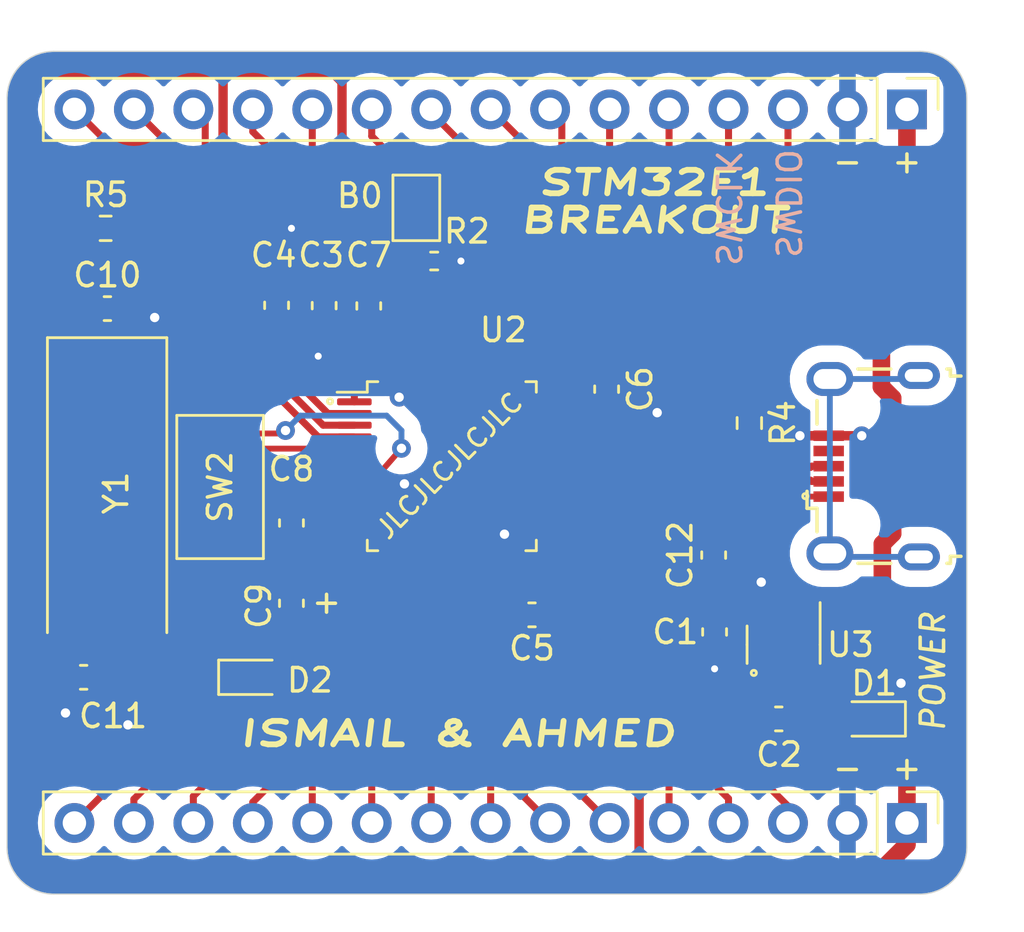
<source format=kicad_pcb>
(kicad_pcb (version 20221018) (generator pcbnew)
  (layers (0 "F.Cu" signal) (31 "B.Cu" signal) (34 "B.Paste" user) (35 "F.Paste" user) (36 "B.SilkS" user "B.Silkscreen") (37 "F.SilkS" user "F.Silkscreen") (38 "B.Mask" user) (39 "F.Mask" user) (44 "Edge.Cuts" user))
  (net 0 "")
  (net 1 "GND")
  (net 2 "+3.3V")
  (net 3 "/HSE_OUT")
  (net 4 "/HSE_IN")
  (net 5 "/LED_STAT")
  (net 6 "+5V")
  (net 7 "USB_D+")
  (net 8 "USB_D-")
  (net 9 "PC15")
  (net 10 "PC14")
  (net 11 "PC13")
  (net 12 "PB9")
  (net 13 "PB8")
  (net 14 "PB7")
  (net 15 "PB6")
  (net 16 "PB5")
  (net 17 "PB4")
  (net 18 "SWO")
  (net 19 "SWDIO")
  (net 20 "SWCLK")
  (net 21 "PA3")
  (net 22 "PA4")
  (net 23 "PA5")
  (net 24 "PA6")
  (net 25 "PA7")
  (net 26 "PB0")
  (net 27 "PB1")
  (net 28 "PB2")
  (net 29 "PB10")
  (net 30 "PB11")
  (net 31 "PA8")
  (net 32 "PA9")
  (net 33 "PA10")
  (net 34 "/BOOT0")
  (net 35 "PA15")
  (net 36 "unconnected-(J1-Shield-Pad6)")
  (net 38 "Net-(U2-NRST)")
  (net 46 "+3.3VA")
  (footprint "Capacitor_SMD:C_0603_1608Metric" (layer "F.Cu") (at 83.225 52.8 -90)
    (fp_text reference "C1")
    (fp_text value "1u")
  )
  (footprint "Capacitor_SMD:C_0603_1608Metric" (layer "F.Cu") (at 85.966 56.515 180)
    (fp_text reference "C2")
    (fp_text value "1u")
  )
  (footprint "Capacitor_SMD:C_0603_1608Metric" (layer "F.Cu") (at 66.548 38.862 90)
    (fp_text reference "C3")
    (fp_text value "4u7" hide)
  )
  (footprint "Capacitor_SMD:C_0603_1608Metric" (layer "F.Cu") (at 64.516 38.849 -90)
    (fp_text reference "C4")
    (fp_text value "100n" hide)
  )
  (footprint "Capacitor_SMD:C_0603_1608Metric" (layer "F.Cu") (at 75.425 52.07 180)
    (fp_text reference "C5")
    (fp_text value "100n" hide)
  )
  (footprint "Capacitor_SMD:C_0603_1608Metric" (layer "F.Cu") (at 78.613 42.431 -90)
    (fp_text reference "C6")
    (fp_text value "100n" hide)
  )
  (footprint "Capacitor_SMD:C_0603_1608Metric" (layer "F.Cu") (at 68.453 38.875 90)
    (fp_text reference "C7")
    (fp_text value "100n" hide)
  )
  (footprint "Capacitor_SMD:C_0603_1608Metric" (layer "F.Cu") (at 65.151 48.146 90)
    (fp_text reference "C8")
    (fp_text value "1u" hide)
  )
  (footprint "Capacitor_SMD:C_0603_1608Metric" (layer "F.Cu") (at 57.29 38.989)
    (fp_text reference "C10")
    (fp_text value "30p" hide)
  )
  (footprint "Capacitor_SMD:C_0603_1608Metric" (layer "F.Cu") (at 56.274 54.737 180)
    (fp_text reference "C11")
    (fp_text value "30p" hide)
  )
  (footprint "LED_SMD:LED_0603_1608Metric" (layer "F.Cu") (at 89.8905 56.515 180)
    (fp_text reference "D1")
    (fp_text value "GREEN" hide)
  )
  (footprint "LED_SMD:LED_0603_1608Metric" (layer "F.Cu") (at 63.5255 54.737)
    (fp_text reference "D2")
    (fp_text value "BLUE" hide)
  )
  (footprint "Connector_PinHeader_2.54mm:PinHeader_1x15_P2.54mm_Vertical" (layer "F.Cu") (at 91.44 30.48 -90)
    (fp_text reference "J2")
    (fp_text value "Conn_01x15")
  )
  (footprint "Jumper:SolderJumper-2_P1.3mm_Open_Pad1.0x1.5mm" (layer "F.Cu") (at 70.485 34.686 -90)
    (fp_text reference "JP1")
    (fp_text value "SolderJumper_2_Open" hide)
  )
  (footprint "Resistor_SMD:R_0402_1005Metric" (layer "F.Cu") (at 71.247 36.957)
    (fp_text reference "R2")
    (fp_text value "10k" hide)
  )
  (footprint "Package_QFP:LQFP-48_7x7mm_P0.5mm" (layer "F.Cu") (at 72 45.72)
    (fp_text reference "U2")
    (fp_text value "STM32F103C8T6")
  )
  (footprint "Crystal:Crystal_SMD_HC49-SD" (layer "F.Cu") (at 57.277 46.931 -90)
    (fp_text reference "Y1")
    (fp_text value "8MHz")
  )
  (footprint "Connector_USB:USB_Micro-B_Wuerth_629105150521" (layer "F.Cu") (at 89.998 45.72 90)
    (fp_text reference "J1")
    (fp_text value "USB_B_Micro")
  )
  (footprint "Capacitor_SMD:C_0603_1608Metric" (layer "F.Cu") (at 65.151 51.575 -90)
    (fp_text reference "C9")
    (fp_text value "100n" hide)
  )
  (footprint "Resistor_SMD:R_0603_1608Metric" (layer "F.Cu") (at 84.709 43.878 -90)
    (fp_text reference "R4")
    (fp_text value "1k5")
  )
  (footprint "Connector_PinHeader_2.54mm:PinHeader_1x15_P2.54mm_Vertical" (layer "F.Cu") (at 91.44 60.96 -90)
    (fp_text reference "J3")
    (fp_text value "Conn_01x15")
  )
  (footprint "Capacitor_SMD:C_0603_1608Metric" (layer "F.Cu") (at 83.185 49.517 90)
    (fp_text reference "C12")
    (fp_text value "1u")
  )
  (footprint "Button_Switch_SMD:SW_SPST_CK_RS282G05A3" (layer "F.Cu") (at 62.103 46.609 90)
    (fp_text reference "SW2")
    (fp_text value "SW_Push" hide)
  )
  (footprint "Resistor_SMD:R_0603_1608Metric" (layer "F.Cu") (at 57.214 35.56)
    (fp_text reference "R5")
    (fp_text value "1k5" hide)
  )
  (footprint "Package_TO_SOT_SMD:SOT-23-5" (layer "F.Cu") (at 86.172 53.3455 -90)
    (fp_text reference "U3")
    (fp_text value "XC6210B332MR" hide)
  )
  (gr_circle (center 84.9 54.55) (end 84.9 54.6) (stroke (width 0.12)) (fill none) (layer "F.SilkS"))
  (gr_circle (center 66.8 42.95) (end 66.8 43) (stroke (width 0.12)) (fill none) (layer "F.SilkS"))
  (gr_circle (center 87.1 47) (end 87.1 47.05) (stroke (width 0.12)) (fill none) (layer "F.SilkS"))
  (gr_line (start 55 28) (end 92 28) (stroke (width 0.05)) (layer "Edge.Cuts"))
  (gr_arc (start 53 30) (mid 53.585786 28.585786) (end 55 28) (stroke (width 0.05)) (layer "Edge.Cuts"))
  (gr_arc (start 94 62) (mid 93.414214 63.414214) (end 92 64) (stroke (width 0.05)) (layer "Edge.Cuts"))
  (gr_line (start 92 64) (end 55 64) (stroke (width 0.05)) (layer "Edge.Cuts"))
  (gr_line (start 94 30) (end 94 62) (stroke (width 0.05)) (layer "Edge.Cuts"))
  (gr_arc (start 92 28) (mid 93.414214 28.585786) (end 94 30) (stroke (width 0.05)) (layer "Edge.Cuts"))
  (gr_line (start 53 62) (end 53 30) (stroke (width 0.05)) (layer "Edge.Cuts"))
  (gr_arc (start 55 64) (mid 53.585786 63.414214) (end 53 62) (stroke (width 0.05)) (layer "Edge.Cuts"))
  (gr_text "SWDIO\n" (at 86.35 34.5 270) (layer "B.SilkS") (effects (font (size 1 1)) (justify mirror)))
  (gr_text "SWCLK" (at 83.8 34.7 270) (layer "B.SilkS") (effects (font (size 1 1)) (justify mirror)))
  (gr_text "-" (at 88.9 58.6) (layer "F.SilkS") (effects (font (size 1 1))))
  (gr_text "+" (at 66.65 51.5) (layer "F.SilkS") (effects (font (size 1 1))))
  (gr_text "+" (at 91.44 32.69) (layer "F.SilkS") (effects (font (size 1 1))))
  (gr_text "ISMAIL & AHMED" (at 72.263 57.15) (layer "F.SilkS") (effects (font (size 1 1.5) (thickness 0.25) italic)))
  (gr_text "-" (at 88.9 32.69) (layer "F.SilkS") (effects (font (size 1 1))))
  (gr_text "B0" (at 68.072 34.163) (layer "F.SilkS") (effects (font (size 1 1))))
  (gr_text "POWER" (at 92.55 54.5 90) (layer "F.SilkS") (effects (font (size 1 1) (thickness 0.15) italic)))
  (gr_text "JLCJLCJLCJLC" (at 71.9 45.7 45) (layer "F.SilkS") (effects (font (size 0.8 0.8) (thickness 0.125))))
  (gr_text "+" (at 91.44 58.6) (layer "F.SilkS") (effects (font (size 1 1))))
  (gr_text "STM32F1\nBREAKOUT" (at 80.645 34.417) (layer "F.SilkS") (effects (font (size 1 1.5) (thickness 0.25) italic)))
  (segment (start 83.275 53.625) (end 83.225 53.575) (width 0.75) (layer "F.Cu") (net 1))
  (segment (start 85.191 56.515) (end 85.191 56.341) (width 0.25) (layer "F.Cu") (net 1))
  (segment (start 83.185 48.742) (end 84.556 48.742) (width 0.25) (layer "F.Cu") (net 1))
  (segment (start 80.638 43.3) (end 80.772 43.434) (width 0.5) (layer "F.Cu") (net 1))
  (segment (start 86.172 51.755) (end 85.217 50.8) (width 0.25) (layer "F.Cu") (net 1))
  (segment (start 59.309 39.37) (end 59.436 39.37) (width 0.25) (layer "F.Cu") (net 1))
  (segment (start 77.7 43.3) (end 80.638 43.3) (width 0.5) (layer "F.Cu") (net 1))
  (segment (start 65.151 35.56) (end 65.913 36.322) (width 0.5) (layer "F.Cu") (net 1))
  (segment (start 85.191 56.341) (end 83.225 54.375) (width 0.25) (layer "F.Cu") (net 1))
  (segment (start 83.45 53.8) (end 83.275 53.625) (width 0.75) (layer "F.Cu") (net 1))
  (segment (start 66.167 41.021) (end 64.516 39.37) (width 0.5) (layer "F.Cu") (net 1))
  (segment (start 74.25 51.67) (end 74.65 52.07) (width 0.3) (layer "F.Cu") (net 1))
  (segment (start 59.055 38.989) (end 59.309 39.243) (width 0.25) (layer "F.Cu") (net 1))
  (segment (start 90.678 56.515) (end 91.186 56.007) (width 0.25) (layer "F.Cu") (net 1))
  (segment (start 58.065 38.989) (end 58.065 37.999) (width 0.25) (layer "F.Cu") (net 1))
  (segment (start 72.39 36.957) (end 71.757 36.957) (width 0.5) (layer "F.Cu") (net 1))
  (segment (start 84.556 48.742) (end 85.217 49.403) (width 0.25) (layer "F.Cu") (net 1))
  (segment (start 86.172 52.208) (end 86.172 51.755) (width 0.25) (layer "F.Cu") (net 1))
  (segment (start 69.75 41.5575) (end 69.75 42.775) (width 0.3) (layer "F.Cu") (net 1))
  (segment (start 74.25 49.8825) (end 74.25 48.625) (width 0.3) (layer "F.Cu") (net 1))
  (segment (start 69.977 46.475) (end 69.972 46.47) (width 0.3) (layer "F.Cu") (net 1))
  (segment (start 56.389 36.323) (end 56.389 35.56) (width 0.25) (layer "F.Cu") (net 1))
  (segment (start 86.868 44.42) (end 88.098 44.42) (width 0.4) (layer "F.Cu") (net 1))
  (segment (start 66.294 41.021) (end 66.167 41.021) (width 0.5) (layer "F.Cu") (net 1))
  (segment (start 64.109 52.35) (end 62.738 53.721) (width 0.25) (layer "F.Cu") (net 1))
  (segment (start 76.1625 43.47) (end 77.53 43.47) (width 0.3) (layer "F.Cu") (net 1))
  (segment (start 77.53 43.47) (end 77.7 43.3) (width 0.3) (layer "F.Cu") (net 1))
  (segment (start 66.052 46.47) (end 67.8375 46.47) (width 0.25) (layer "F.Cu") (net 1))
  (segment (start 65.151 47.371) (end 66.052 46.47) (width 0.25) (layer "F.Cu") (net 1))
  (segment (start 59.436 39.37) (end 59.436 39.37) (width 0.25) (layer "F.Cu") (net 1))
  (segment (start 60.198 54.737) (end 62.738 54.737) (width 0.5) (layer "F.Cu") (net 1))
  (segment (start 56.388 35.561) (end 56.389 35.56) (width 0.25) (layer "F.Cu") (net 1))
  (segment (start 58.166 56.769) (end 60.198 54.737) (width 0.5) (layer "F.Cu") (net 1))
  (segment (start 83.225 53.575) (end 83.225 54.375) (width 0.75) (layer "F.Cu") (net 1))
  (segment (start 58.065 38.989) (end 59.055 38.989) (width 0.25) (layer "F.Cu") (net 1))
  (segment (start 68.453 38.1) (end 65.913 38.1) (width 0.25) (layer "F.Cu") (net 1))
  (segment (start 69.972 46.47) (end 67.8375 46.47) (width 0.3) (layer "F.Cu") (net 1))
  (segment (start 62.738 53.721) (end 62.738 54.737) (width 0.25) (layer "F.Cu") (net 1))
  (segment (start 85.217 50.8) (end 85.217 50.673) (width 0.25) (layer "F.Cu") (net 1))
  (segment (start 85.217 49.403) (end 85.217 50.673) (width 0.25) (layer "F.Cu") (net 1))
  (segment (start 86.868 44.42) (end 89.51 44.42) (width 0.4) (layer "F.Cu") (net 1))
  (segment (start 65.913 36.322) (end 65.913 38.1) (width 0.5) (layer "F.Cu") (net 1))
  (segment (start 65.151 52.35) (end 64.109 52.35) (width 0.25) (layer "F.Cu") (net 1))
  (segment (start 58.065 37.999) (end 56.389 36.323) (width 0.25) (layer "F.Cu") (net 1))
  (segment (start 59.309 39.243) (end 59.309 39.37) (width 0.25) (layer "F.Cu") (net 1))
  (segment (start 55.499 54.737) (end 55.499 56.261) (width 0.25) (layer "F.Cu") (net 1))
  (segment (start 91.186 56.007) (end 91.186 54.991) (width 0.25) (layer "F.Cu") (net 1))
  (segment (start 74.25 49.8825) (end 74.25 51.67) (width 0.3) (layer "F.Cu") (net 1))
  (via (at 86.868 44.42) (size 0.8) (drill 0.4) (layers "F.Cu" "B.Cu") (net 1))
  (via (at 59.309 39.37) (size 0.8) (drill 0.4) (layers "F.Cu" "B.Cu") (net 1))
  (via (at 85.217 50.673) (size 0.8) (drill 0.4) (layers "F.Cu" "B.Cu") (net 1))
  (via (at 55.499 56.261) (size 0.8) (drill 0.4) (layers "F.Cu" "B.Cu") (net 1))
  (via (at 69.75 42.775) (size 0.8) (drill 0.4) (layers "F.Cu" "B.Cu") (net 1))
  (via (at 58.166 56.769) (size 0.8) (drill 0.4) (layers "F.Cu" "B.Cu") (net 1))
  (via (at 65.151 35.56) (size 0.7) (drill 0.3) (layers "F.Cu" "B.Cu") (net 1))
  (via (at 66.294 41.021) (size 0.7) (drill 0.3) (layers "F.Cu" "B.Cu") (net 1))
  (via (at 83.225 54.375) (size 0.7) (drill 0.3) (layers "F.Cu" "B.Cu") (net 1))
  (via (at 91.186 54.991) (size 0.8) (drill 0.4) (layers "F.Cu" "B.Cu") (net 1))
  (via (at 80.772 43.434) (size 0.8) (drill 0.4) (layers "F.Cu" "B.Cu") (net 1))
  (via (at 89.51 44.42) (size 0.8) (drill 0.4) (layers "F.Cu" "B.Cu") (net 1))
  (via (at 69.977 46.475) (size 0.8) (drill 0.4) (layers "F.Cu" "B.Cu") (net 1))
  (via (at 72.39 36.957) (size 0.7) (drill 0.3) (layers "F.Cu" "B.Cu") (net 1))
  (via (at 74.25 48.625) (size 0.8) (drill 0.4) (layers "F.Cu" "B.Cu") (net 1))
  (segment (start 91.365 57.925) (end 92.71 56.58) (width 0.75) (layer "F.Cu") (net 2))
  (segment (start 88.959 56.515) (end 89.103 56.515) (width 0.75) (layer "F.Cu") (net 2))
  (segment (start 67.8375 42.97) (end 67.8375 40.6405) (width 0.3) (layer "F.Cu") (net 2))
  (segment (start 90.35 62.975) (end 79.955 62.975) (width 0.75) (layer "F.Cu") (net 2))
  (segment (start 53.925 53.5) (end 53.925 29.7) (width 0.75) (layer "F.Cu") (net 2))
  (segment (start 91.44 61.885) (end 90.35 62.975) (width 0.75) (layer "F.Cu") (net 2))
  (segment (start 62.23 35.814) (end 62.23 29.01) (width 0.4) (layer "F.Cu") (net 2))
  (segment (start 90.35 42.33) (end 90.35 40.72) (width 0.75) (layer "F.Cu") (net 2))
  (segment (start 91.44 60.96) (end 91.44 61.885) (width 0.75) (layer "F.Cu") (net 2))
  (segment (start 90.45 57.925) (end 91.365 57.925) (width 0.75) (layer "F.Cu") (net 2))
  (segment (start 85.84 41.922) (end 84.709 43.053) (width 0.75) (layer "F.Cu") (net 2))
  (segment (start 87.85 57.624) (end 88.959 56.515) (width 0.75) (layer "F.Cu") (net 2))
  (segment (start 91.44 39.116) (end 91.44 37.592) (width 0.75) (layer "F.Cu") (net 2))
  (segment (start 67.65 40.453) (end 68.453 39.65) (width 0.3) (layer "F.Cu") (net 2))
  (segment (start 76.2 53.22) (end 77.83 54.85) (width 0.4) (layer "F.Cu") (net 2))
  (segment (start 76.2 52.07) (end 76.17 52.07) (width 0.3) (layer "F.Cu") (net 2))
  (segment (start 53.925 57.023) (end 53.925 53.5) (width 0.75) (layer "F.Cu") (net 2))
  (segment (start 76.918 42.97) (end 77.548 42.34) (width 0.3) (layer "F.Cu") (net 2))
  (segment (start 86.85 39.61) (end 89.24 39.61) (width 0.75) (layer "F.Cu") (net 2))
  (segment (start 62.23 29.01) (end 62.415 28.825) (width 0.4) (layer "F.Cu") (net 2))
  (segment (start 80 59.71) (end 80 62.93) (width 0.4) (layer "F.Cu") (net 2))
  (segment (start 87.85 57.925) (end 87.85 57.624) (width 0.75) (layer "F.Cu") (net 2))
  (segment (start 76.1625 42.97) (end 76.918 42.97) (width 0.3) (layer "F.Cu") (net 2))
  (segment (start 53.925 29.7) (end 54.8 28.825) (width 0.75) (layer "F.Cu") (net 2))
  (segment (start 86.85 39.61) (end 86.85 39.68) (width 0.75) (layer "F.Cu") (net 2))
  (segment (start 78.384 41.656) (end 77.7 42.34) (width 0.5) (layer "F.Cu") (net 2))
  (segment (start 90.83 48.6) (end 90.83 42.81) (width 0.75) (layer "F.Cu") (net 2))
  (segment (start 89.24 39.61) (end 90.35 40.72) (width 0.75) (layer "F.Cu") (net 2))
  (segment (start 85.84 40.69) (end 85.84 41.922) (width 0.75) (layer "F.Cu") (net 2))
  (segment (start 90.39 50.88) (end 90.39 49.04) (width 0.75) (layer "F.Cu") (net 2))
  (segment (start 70.485 34.036) (end 68.206 34.036) (width 0.4) (layer "F.Cu") (net 2))
  (segment (start 65.166 38.75) (end 62.23 35.814) (width 0.4) (layer "F.Cu") (net 2))
  (segment (start 79.314 41.656) (end 81.36 39.61) (width 0.75) (layer "F.Cu") (net 2))
  (segment (start 69.25 40.85) (end 69.25 41.5575) (width 0.3) (layer "F.Cu") (net 2))
  (segment (start 77.83 54.85) (end 77.83 57.54) (width 0.4) (layer "F.Cu") (net 2))
  (segment (start 81.36 39.61) (end 86.85 39.61) (width 0.75) (layer "F.Cu") (net 2))
  (segment (start 90.39 49.04) (end 90.83 48.6) (width 0.75) (layer "F.Cu") (net 2))
  (segment (start 68.206 34.036) (end 67.31 33.14) (width 0.4) (layer "F.Cu") (net 2))
  (segment (start 87.85 57.624) (end 86.741 56.515) (width 0.75) (layer "F.Cu") (net 2))
  (segment (start 67.65 40.453) (end 67.364 40.453) (width 0.3) (layer "F.Cu") (net 2))
  (segment (start 77.83 57.54) (end 80 59.71) (width 0.4) (layer "F.Cu") (net 2))
  (segment (start 87.85 57.925) (end 90.45 57.925) (width 0.75) (layer "F.Cu") (net 2))
  (segment (start 55 62.975) (end 53.925 61.9) (width 0.75) (layer "F.Cu") (net 2))
  (segment (start 66.548 39.637) (end 65.661 38.75) (width 0.3) (layer "F.Cu") (net 2))
  (segment (start 54.8 28.825) (end 62.415 28.825) (width 0.75) (layer "F.Cu") (net 2))
  (segment (start 67.31 29.31) (end 66.825 28.825) (width 0.4) (layer "F.Cu") (net 2))
  (segment (start 68.453 39.65) (end 68.453 40.053) (width 0.3) (layer "F.Cu") (net 2))
  (segment (start 67.8375 40.6405) (end 67.65 40.453) (width 0.3) (layer "F.Cu") (net 2))
  (segment (start 68.453 40.053) (end 69.25 40.85) (width 0.3) (layer "F.Cu") (net 2))
  (segment (start 80 62.93) (end 79.955 62.975) (width 0.4) (layer "F.Cu") (net 2))
  (segment (start 66.485 28.825) (end 66.825 28.825) (width 0.75) (layer "F.Cu") (net 2))
  (segment (start 86.85 39.68) (end 85.84 40.69) (width 0.75) (layer "F.Cu") (net 2))
  (segment (start 67.364 40.453) (end 66.548 39.637) (width 0.3) (layer "F.Cu") (net 2))
  (segment (start 62.484 50.8) (end 56.261 57.023) (width 0.25) (layer "F.Cu") (net 2))
  (segment (start 79.955 62.975) (end 55 62.975) (width 0.75) (layer "F.Cu") (net 2))
  (segment (start 92.71 56.58) (end 92.71 53.2) (width 0.75) (layer "F.Cu") (net 2))
  (segment (start 76.17 52.07) (end 74.75 50.65) (width 0.3) (layer "F.Cu") (net 2))
  (segment (start 91.44 30.48) (end 91.44 39.116) (width 0.75) (layer "F.Cu") (net 2))
  (segment (start 56.261 57.023) (end 53.925 57.023) (width 0.25) (layer "F.Cu") (net 2))
  (segment (start 65.661 38.75) (end 65.166 38.75) (width 0.4) (layer "F.Cu") (net 2))
  (segment (start 91.44 58.915) (end 91.44 60.96) (width 0.75) (layer "F.Cu") (net 2))
  (segment (start 62.484 50.509) (end 62.484 50.8) (width 0.25) (layer "F.Cu") (net 2))
  (segment (start 90.83 42.81) (end 90.35 42.33) (width 0.75) (layer "F.Cu") (net 2))
  (segment (start 53.925 61.9) (end 53.925 57.023) (width 0.75) (layer "F.Cu") (net 2))
  (segment (start 78.613 41.656) (end 78.384 41.656) (width 0.5) (layer "F.Cu") (net 2))
  (segment (start 74.75 50.65) (end 74.75 49.8825) (width 0.3) (layer "F.Cu") (net 2))
  (segment (start 87.122 56.134) (end 86.741 56.515) (width 0.25) (layer "F.Cu") (net 2))
  (segment (start 91.44 39.116) (end 91.44 39.63) (width 0.75) (layer "F.Cu") (net 2))
  (segment (start 67.31 33.14) (end 67.31 29.31) (width 0.4) (layer "F.Cu") (net 2))
  (segment (start 76.2 52.07) (end 76.2 53.22) (width 0.4) (layer "F.Cu") (net 2))
  (segment (start 62.415 28.825) (end 66.485 28.825) (width 0.75) (layer "F.Cu") (net 2))
  (segment (start 78.613 41.656) (end 79.314 41.656) (width 0.75) (layer "F.Cu") (net 2))
  (segment (start 91.44 39.63) (end 90.35 40.72) (width 0.75) (layer "F.Cu") (net 2))
  (segment (start 87.122 54.483) (end 87.122 56.134) (width 0.25) (layer "F.Cu") (net 2))
  (segment (start 90.45 57.925) (end 91.44 58.915) (width 0.75) (layer "F.Cu") (net 2))
  (segment (start 92.71 53.2) (end 90.39 50.88) (width 0.75) (layer "F.Cu") (net 2))
  (segment (start 56.515 38.989) (end 57.277 39.751) (width 0.25) (layer "F.Cu") (net 3))
  (segment (start 59.064 42.681) (end 57.277 42.681) (width 0.25) (layer "F.Cu") (net 3))
  (segment (start 61.353 44.97) (end 59.064 42.681) (width 0.25) (layer "F.Cu") (net 3))
  (segment (start 67.8375 44.97) (end 61.353 44.97) (width 0.25) (layer "F.Cu") (net 3))
  (segment (start 57.277 39.751) (end 57.277 42.681) (width 0.25) (layer "F.Cu") (net 3))
  (segment (start 57.277 54.584) (end 57.277 51.181) (width 0.25) (layer "F.Cu") (net 4))
  (segment (start 66.113 45.42) (end 66.163 45.47) (width 0.25) (layer "F.Cu") (net 4))
  (segment (start 57.277 51.181) (end 58.039 51.181) (width 0.25) (layer "F.Cu") (net 4))
  (segment (start 57.557 54.864) (end 57.277 54.584) (width 0.25) (layer "F.Cu") (net 4))
  (segment (start 59.182 50.038) (end 59.182 47.625) (width 0.25) (layer "F.Cu") (net 4))
  (segment (start 57.531 49.39) (end 57.632 49.289) (width 0.25) (layer "F.Cu") (net 4))
  (segment (start 61.387 45.42) (end 66.113 45.42) (width 0.25) (layer "F.Cu") (net 4))
  (segment (start 66.163 45.47) (end 67.8375 45.47) (width 0.25) (layer "F.Cu") (net 4))
  (segment (start 58.039 51.181) (end 59.182 50.038) (width 0.25) (layer "F.Cu") (net 4))
  (segment (start 59.182 47.625) (end 61.387 45.42) (width 0.25) (layer "F.Cu") (net 4))
  (segment (start 66.675 48.293959) (end 66.675 52.375) (width 0.3) (layer "F.Cu") (net 5))
  (segment (start 67.8375 47.97) (end 66.998959 47.97) (width 0.3) (layer "F.Cu") (net 5))
  (segment (start 66.675 52.375) (end 64.313 54.737) (width 0.3) (layer "F.Cu") (net 5))
  (segment (start 66.998959 47.97) (end 66.675 48.293959) (width 0.3) (layer "F.Cu") (net 5))
  (segment (start 86.584 47.02) (end 88.098 47.02) (width 0.25) (layer "F.Cu") (net 6))
  (segment (start 85.039 52.025) (end 85.222 52.208) (width 0.75) (layer "F.Cu") (net 6))
  (segment (start 87.122 52.208) (end 87.122 53.148749) (width 0.25) (layer "F.Cu") (net 6))
  (segment (start 86.233 47.371) (end 86.584 47.02) (width 0.25) (layer "F.Cu") (net 6))
  (segment (start 85.471 53.467) (end 85.222 53.218) (width 0.25) (layer "F.Cu") (net 6))
  (segment (start 85.222 53.218) (end 85.222 52.208) (width 0.25) (layer "F.Cu") (net 6))
  (segment (start 83.185 51.985) (end 83.225 52.025) (width 0.25) (layer "F.Cu") (net 6))
  (segment (start 86.233 50.546) (end 86.233 47.371) (width 0.25) (layer "F.Cu") (net 6))
  (segment (start 83.185 50.292) (end 83.185 51.985) (width 0.25) (layer "F.Cu") (net 6))
  (segment (start 86.803749 53.467) (end 85.471 53.467) (width 0.25) (layer "F.Cu") (net 6))
  (segment (start 87.122 51.435) (end 86.233 50.546) (width 0.25) (layer "F.Cu") (net 6))
  (segment (start 87.122 53.148749) (end 86.803749 53.467) (width 0.25) (layer "F.Cu") (net 6))
  (segment (start 83.45 51.8) (end 83.225 52.025) (width 0.75) (layer "F.Cu") (net 6))
  (segment (start 83.225 52.025) (end 85.039 52.025) (width 0.75) (layer "F.Cu") (net 6))
  (segment (start 87.122 52.208) (end 87.122 51.435) (width 0.25) (layer "F.Cu") (net 6))
  (segment (start 80.64891 44.42) (end 77.69 44.42) (width 0.3) (layer "F.Cu") (net 7))
  (segment (start 84.709 45.643) (end 84.836 45.77) (width 0.2) (layer "F.Cu") (net 7))
  (segment (start 87.374999 45.72) (end 87.324999 45.77) (width 0.3) (layer "F.Cu") (net 7))
  (segment (start 84.836 45.77) (end 81.99891 45.77) (width 0.3) (layer "F.Cu") (net 7))
  (segment (start 87.324999 45.77) (end 85.8 45.77) (width 0.3) (layer "F.Cu") (net 7))
  (segment (start 77.64 44.47) (end 77.69 44.42) (width 0.3) (layer "F.Cu") (net 7))
  (segment (start 88.35 45.72) (end 87.374999 45.72) (width 0.3) (layer "F.Cu") (net 7))
  (segment (start 84.836 45.783) (end 85.567 45.783) (width 0.2) (layer "F.Cu") (net 7))
  (segment (start 81.99891 45.77) (end 80.64891 44.42) (width 0.3) (layer "F.Cu") (net 7))
  (segment (start 84.709 44.703) (end 84.709 45.643) (width 0.2) (layer "F.Cu") (net 7))
  (segment (start 76.1625 44.47) (end 77.64 44.47) (width 0.3) (layer "F.Cu") (net 7))
  (segment (start 85.8 45.77) (end 84.836 45.77) (width 0.3) (layer "F.Cu") (net 7))
  (segment (start 80.42109 44.97) (end 81.77109 46.32) (width 0.3) (layer "F.Cu") (net 8))
  (segment (start 81.77109 46.32) (end 87.324999 46.32) (width 0.3) (layer "F.Cu") (net 8))
  (segment (start 87.324999 46.32) (end 87.374999 46.37) (width 0.3) (layer "F.Cu") (net 8))
  (segment (start 87.374999 46.37) (end 88.35 46.37) (width 0.3) (layer "F.Cu") (net 8))
  (segment (start 76.1625 44.97) (end 80.42109 44.97) (width 0.3) (layer "F.Cu") (net 8))
  (segment (start 57.404 32.004) (end 55.88 30.48) (width 0.3) (layer "F.Cu") (net 9))
  (segment (start 59.182 32.004) (end 57.404 32.004) (width 0.3) (layer "F.Cu") (net 9))
  (segment (start 60.333 38.506212) (end 60.333 33.155) (width 0.3) (layer "F.Cu") (net 9))
  (segment (start 60.333 33.155) (end 59.182 32.004) (width 0.3) (layer "F.Cu") (net 9))
  (segment (start 66.296788 44.47) (end 60.333 38.506212) (width 0.3) (layer "F.Cu") (net 9))
  (segment (start 67.8375 44.47) (end 66.296788 44.47) (width 0.3) (layer "F.Cu") (net 9))
  (segment (start 60.833 32.893) (end 58.42 30.48) (width 0.3) (layer "F.Cu") (net 10))
  (segment (start 60.833 38.299106) (end 60.833 32.893) (width 0.3) (layer "F.Cu") (net 10))
  (segment (start 66.503894 43.97) (end 60.833 38.299106) (width 0.3) (layer "F.Cu") (net 10))
  (segment (start 67.8375 43.97) (end 66.503894 43.97) (width 0.3) (layer "F.Cu") (net 10))
  (segment (start 61.468 38.227) (end 61.468 30.988) (width 0.3) (layer "F.Cu") (net 11))
  (segment (start 66.711 43.47) (end 61.468 38.227) (width 0.3) (layer "F.Cu") (net 11))
  (segment (start 67.8375 43.47) (end 66.711 43.47) (width 0.3) (layer "F.Cu") (net 11))
  (segment (start 61.468 30.988) (end 60.96 30.48) (width 0.3) (layer "F.Cu") (net 11))
  (segment (start 70.25 39.240635) (end 69.64 38.630634) (width 0.3) (layer "F.Cu") (net 12))
  (segment (start 70.25 41.5575) (end 70.25 39.240635) (width 0.3) (layer "F.Cu") (net 12))
  (segment (start 69.64 37.573) (end 63.5 31.433) (width 0.3) (layer "F.Cu") (net 12))
  (segment (start 69.64 38.630634) (end 69.64 37.573) (width 0.3) (layer "F.Cu") (net 12))
  (segment (start 63.5 31.433) (end 63.5 30.48) (width 0.3) (layer "F.Cu") (net 12))
  (segment (start 69.385 36.610894) (end 69.385 35.857) (width 0.3) (layer "F.Cu") (net 13))
  (segment (start 69.385 35.857) (end 68.114 34.586) (width 0.3) (layer "F.Cu") (net 13))
  (segment (start 70.632894 38.775) (end 70.491472 38.775) (width 0.3) (layer "F.Cu") (net 13))
  (segment (start 70.14 37.365894) (end 69.385 36.610894) (width 0.3) (layer "F.Cu") (net 13))
  (segment (start 70.75 38.892106) (end 70.632894 38.775) (width 0.3) (layer "F.Cu") (net 13))
  (segment (start 70.75 41.5575) (end 70.75 38.892106) (width 0.3) (layer "F.Cu") (net 13))
  (segment (start 66.04 32.647818) (end 66.04 30.48) (width 0.3) (layer "F.Cu") (net 13))
  (segment (start 70.491472 38.775) (end 70.14 38.423528) (width 0.3) (layer "F.Cu") (net 13))
  (segment (start 67.978182 34.586) (end 66.04 32.647818) (width 0.3) (layer "F.Cu") (net 13))
  (segment (start 70.14 38.423528) (end 70.14 37.365894) (width 0.3) (layer "F.Cu") (net 13))
  (segment (start 68.114 34.586) (end 67.978182 34.586) (width 0.3) (layer "F.Cu") (net 13))
  (segment (start 71.75 39.45) (end 73.1 38.1) (width 0.3) (layer "F.Cu") (net 14))
  (segment (start 73.1 34.111) (end 71.247 32.258) (width 0.3) (layer "F.Cu") (net 14))
  (segment (start 73.1 38.1) (end 73.1 34.111) (width 0.3) (layer "F.Cu") (net 14))
  (segment (start 71.247 32.258) (end 69.215 32.258) (width 0.3) (layer "F.Cu") (net 14))
  (segment (start 68.58 31.623) (end 68.58 30.48) (width 0.3) (layer "F.Cu") (net 14))
  (segment (start 69.215 32.258) (end 68.58 31.623) (width 0.3) (layer "F.Cu") (net 14))
  (segment (start 71.75 41.5575) (end 71.75 39.45) (width 0.3) (layer "F.Cu") (net 14))
  (segment (start 74.3 37.80712) (end 74.3 33.8) (width 0.3) (layer "F.Cu") (net 15))
  (segment (start 72.25 39.85712) (end 74.3 37.80712) (width 0.3) (layer "F.Cu") (net 15))
  (segment (start 74.3 33.8) (end 71.12 30.62) (width 0.3) (layer "F.Cu") (net 15))
  (segment (start 72.25 41.5575) (end 72.25 39.85712) (width 0.3) (layer "F.Cu") (net 15))
  (segment (start 71.12 30.62) (end 71.12 30.48) (width 0.3) (layer "F.Cu") (net 15))
  (segment (start 72.75 40.06424) (end 75.4 37.41424) (width 0.3) (layer "F.Cu") (net 16))
  (segment (start 75.4 32.22) (end 73.66 30.48) (width 0.3) (layer "F.Cu") (net 16))
  (segment (start 75.4 37.41424) (end 75.4 32.22) (width 0.3) (layer "F.Cu") (net 16))
  (segment (start 72.75 41.5575) (end 72.75 40.06424) (width 0.3) (layer "F.Cu") (net 16))
  (segment (start 73.25 41.5575) (end 73.25 40.27136) (width 0.3) (layer "F.Cu") (net 17))
  (segment (start 76.7 30.98) (end 76.2 30.48) (width 0.3) (layer "F.Cu") (net 17))
  (segment (start 73.25 40.27136) (end 76.7 36.82136) (width 0.3) (layer "F.Cu") (net 17))
  (segment (start 76.7 36.82136) (end 76.7 30.98) (width 0.3) (layer "F.Cu") (net 17))
  (segment (start 73.75 41.5575) (end 73.75 40.47848) (width 0.3) (layer "F.Cu") (net 18))
  (segment (start 73.75 40.47848) (end 78.74 35.48848) (width 0.3) (layer "F.Cu") (net 18))
  (segment (start 78.74 35.48848) (end 78.74 33.94) (width 0.3) (layer "F.Cu") (net 18))
  (segment (start 78.74 33.94) (end 78.74 30.48) (width 0.3) (layer "F.Cu") (net 18))
  (segment (start 75.61 42.14) (end 76.37 42.14) (width 0.3) (layer "F.Cu") (net 19))
  (segment (start 76.37 42.14) (end 86.36 32.15) (width 0.3) (layer "F.Cu") (net 19))
  (segment (start 75.26 43.97) (end 74.9 43.61) (width 0.3) (layer "F.Cu") (net 19))
  (segment (start 76.1625 43.97) (end 75.26 43.97) (width 0.3) (layer "F.Cu") (net 19))
  (segment (start 74.9 43.61) (end 74.9 42.85) (width 0.3) (layer "F.Cu") (net 19))
  (segment (start 86.36 32.15) (end 86.36 30.48) (width 0.3) (layer "F.Cu") (net 19))
  (segment (start 74.9 42.85) (end 75.61 42.14) (width 0.3) (layer "F.Cu") (net 19))
  (segment (start 83.82 32.97) (end 75.2325 41.5575) (width 0.3) (layer "F.Cu") (net 20))
  (segment (start 75.2325 41.5575) (end 74.75 41.5575) (width 0.3) (layer "F.Cu") (net 20))
  (segment (start 83.82 30.48) (end 83.82 32.97) (width 0.3) (layer "F.Cu") (net 20))
  (segment (start 69.25 49.8825) (end 69.25 52.089894) (width 0.3) (layer "F.Cu") (net 21))
  (segment (start 65.451894 55.888) (end 60.952 55.888) (width 0.3) (layer "F.Cu") (net 21))
  (segment (start 60.952 55.888) (end 55.88 60.96) (width 0.3) (layer "F.Cu") (net 21))
  (segment (start 69.25 52.089894) (end 65.451894 55.888) (width 0.3) (layer "F.Cu") (net 21))
  (segment (start 67.056 56.388) (end 61.976 56.388) (width 0.3) (layer "F.Cu") (net 22))
  (segment (start 69.75 49.8825) (end 69.75 53.694) (width 0.3) (layer "F.Cu") (net 22))
  (segment (start 69.75 53.694) (end 67.056 56.388) (width 0.3) (layer "F.Cu") (net 22))
  (segment (start 61.976 56.388) (end 58.42 59.944) (width 0.3) (layer "F.Cu") (net 22))
  (segment (start 58.42 59.944) (end 58.42 60.96) (width 0.3) (layer "F.Cu") (net 22))
  (segment (start 70.25 54.21) (end 67.31 57.15) (width 0.3) (layer "F.Cu") (net 23))
  (segment (start 63.627 57.15) (end 60.96 59.817) (width 0.3) (layer "F.Cu") (net 23))
  (segment (start 60.96 59.817) (end 60.96 60.96) (width 0.3) (layer "F.Cu") (net 23))
  (segment (start 67.31 57.15) (end 63.627 57.15) (width 0.3) (layer "F.Cu") (net 23))
  (segment (start 70.25 49.8825) (end 70.25 54.21) (width 0.3) (layer "F.Cu") (net 23))
  (segment (start 70.75 49.8825) (end 70.75 54.726) (width 0.3) (layer "F.Cu") (net 24))
  (segment (start 70.75 54.726) (end 67.818 57.658) (width 0.3) (layer "F.Cu") (net 24))
  (segment (start 63.5 60.071) (end 63.5 60.96) (width 0.3) (layer "F.Cu") (net 24))
  (segment (start 65.913 57.658) (end 63.5 60.071) (width 0.3) (layer "F.Cu") (net 24))
  (segment (start 67.818 57.658) (end 65.913 57.658) (width 0.3) (layer "F.Cu") (net 24))
  (segment (start 71.25 55.115) (end 67.818 58.547) (width 0.3) (layer "F.Cu") (net 25))
  (segment (start 67.818 58.547) (end 66.675 58.547) (width 0.3) (layer "F.Cu") (net 25))
  (segment (start 66.04 59.182) (end 66.04 60.96) (width 0.3) (layer "F.Cu") (net 25))
  (segment (start 66.675 58.547) (end 66.04 59.182) (width 0.3) (layer "F.Cu") (net 25))
  (segment (start 71.25 49.8825) (end 71.25 55.115) (width 0.3) (layer "F.Cu") (net 25))
  (segment (start 71.75 55.65) (end 68.58 58.82) (width 0.3) (layer "F.Cu") (net 26))
  (segment (start 71.75 49.8825) (end 71.75 55.65) (width 0.3) (layer "F.Cu") (net 26))
  (segment (start 68.58 58.82) (end 68.58 60.96) (width 0.3) (layer "F.Cu") (net 26))
  (segment (start 72.25 57.25) (end 71.12 58.38) (width 0.3) (layer "F.Cu") (net 27))
  (segment (start 71.12 58.38) (end 71.12 60.96) (width 0.3) (layer "F.Cu") (net 27))
  (segment (start 72.25 49.8825) (end 72.25 57.25) (width 0.3) (layer "F.Cu") (net 27))
  (segment (start 73.66 54.96) (end 73.66 60.96) (width 0.3) (layer "F.Cu") (net 28))
  (segment (start 72.75 49.8825) (end 72.75 54.05) (width 0.3) (layer "F.Cu") (net 28))
  (segment (start 72.75 54.05) (end 73.66 54.96) (width 0.3) (layer "F.Cu") (net 28))
  (segment (start 75.1 59.86) (end 76.2 60.96) (width 0.3) (layer "F.Cu") (net 29))
  (segment (start 73.25 49.8825) (end 73.25 53.5) (width 0.3) (layer "F.Cu") (net 29))
  (segment (start 75.1 55.35) (end 75.1 59.86) (width 0.3) (layer "F.Cu") (net 29))
  (segment (start 73.25 53.5) (end 75.1 55.35) (width 0.3) (layer "F.Cu") (net 29))
  (segment (start 76.3 58.52) (end 78.74 60.96) (width 0.3) (layer "F.Cu") (net 30))
  (segment (start 73.75 52.8) (end 76.3 55.35) (width 0.3) (layer "F.Cu") (net 30))
  (segment (start 73.75 49.8825) (end 73.75 52.8) (width 0.3) (layer "F.Cu") (net 30))
  (segment (start 76.3 55.35) (end 76.3 58.52) (width 0.3) (layer "F.Cu") (net 30))
  (segment (start 77.43 46.47) (end 78.11 47.15) (width 0.3) (layer "F.Cu") (net 31))
  (segment (start 79.22 53.72) (end 79.22 56.87) (width 0.3) (layer "F.Cu") (net 31))
  (segment (start 78.11 47.15) (end 78.11 52.61) (width 0.3) (layer "F.Cu") (net 31))
  (segment (start 76.1625 46.47) (end 77.43 46.47) (width 0.3) (layer "F.Cu") (net 31))
  (segment (start 78.11 52.61) (end 79.22 53.72) (width 0.3) (layer "F.Cu") (net 31))
  (segment (start 81.28 58.93) (end 81.28 60.96) (width 0.3) (layer "F.Cu") (net 31))
  (segment (start 79.22 56.87) (end 81.28 58.93) (width 0.3) (layer "F.Cu") (net 31))
  (segment (start 76.1625 45.97) (end 78.07 45.97) (width 0.3) (layer "F.Cu") (net 32))
  (segment (start 80.62 56.72) (end 80.62 53.17) (width 0.3) (layer "F.Cu") (net 32))
  (segment (start 80.62 56.72) (end 83.82 59.92) (width 0.3) (layer "F.Cu") (net 32))
  (segment (start 79.34 51.89) (end 79.34 47.24) (width 0.3) (layer "F.Cu") (net 32))
  (segment (start 79.34 47.24) (end 78.07 45.97) (width 0.3) (layer "F.Cu") (net 32))
  (segment (start 80.62 53.17) (end 79.34 51.89) (width 0.3) (layer "F.Cu") (net 32))
  (segment (start 83.82 59.92) (end 83.82 60.96) (width 0.3) (layer "F.Cu") (net 32))
  (segment (start 81.89 55.77) (end 86.36 60.24) (width 0.3) (layer "F.Cu") (net 33))
  (segment (start 86.36 60.24) (end 86.36 60.96) (width 0.3) (layer "F.Cu") (net 33))
  (segment (start 80.8 51.42) (end 81.89 52.51) (width 0.3) (layer "F.Cu") (net 33))
  (segment (start 81.89 52.51) (end 81.89 55.77) (width 0.3) (layer "F.Cu") (net 33))
  (segment (start 76.1625 45.47) (end 79.25 45.47) (width 0.3) (layer "F.Cu") (net 33))
  (segment (start 86.36 60.46) (end 86.36 60.96) (width 0.3) (layer "F.Cu") (net 33))
  (segment (start 80.8 47.02) (end 80.8 51.42) (width 0.3) (layer "F.Cu") (net 33))
  (segment (start 79.25 45.47) (end 80.8 47.02) (width 0.3) (layer "F.Cu") (net 33))
  (segment (start 70.74 38.175) (end 70.74 35.591) (width 0.5) (layer "F.Cu") (net 34))
  (segment (start 71.25 38.685) (end 70.74 38.175) (width 0.3) (layer "F.Cu") (net 34))
  (segment (start 70.74 35.591) (end 70.485 35.336) (width 0.5) (layer "F.Cu") (net 34))
  (segment (start 71.25 41.5575) (end 71.25 38.685) (width 0.3) (layer "F.Cu") (net 34))
  (segment (start 74.25 41.5575) (end 74.25 40.6856) (width 0.3) (layer "F.Cu") (net 35))
  (segment (start 74.25 40.6856) (end 81.28 33.6556) (width 0.3) (layer "F.Cu") (net 35))
  (segment (start 81.28 33.6556) (end 81.28 30.48) (width 0.3) (layer "F.Cu") (net 35))
  (segment (start 88.298 49.595) (end 88.148 49.445) (width 0.25) (layer "B.Cu") (net 36))
  (segment (start 88.148 49.445) (end 88.148 41.995) (width 0.25) (layer "B.Cu") (net 36))
  (segment (start 88.148 41.995) (end 91.798 41.995) (width 0.25) (layer "B.Cu") (net 36))
  (segment (start 91.948 49.595) (end 88.298 49.595) (width 0.25) (layer "B.Cu") (net 36))
  (segment (start 91.798 41.995) (end 91.948 41.845) (width 0.25) (layer "B.Cu") (net 36))
  (segment (start 62.103 43.942) (end 62.484 44.323) (width 0.25) (layer "F.Cu") (net 38))
  (segment (start 68.965 45.97) (end 69.85 44.958) (width 0.25) (layer "F.Cu") (net 38))
  (segment (start 67.8375 45.97) (end 68.965 45.97) (width 0.25) (layer "F.Cu") (net 38))
  (segment (start 59.817 36.576) (end 59.817 38.735) (width 0.25) (layer "F.Cu") (net 38))
  (segment (start 62.103 42.709) (end 62.103 43.942) (width 0.25) (layer "F.Cu") (net 38))
  (segment (start 58.039 35.56) (end 58.801 35.56) (width 0.25) (layer "F.Cu") (net 38))
  (segment (start 59.817 38.735) (end 62.103 41.021) (width 0.25) (layer "F.Cu") (net 38))
  (segment (start 58.801 35.56) (end 59.817 36.576) (width 0.25) (layer "F.Cu") (net 38))
  (segment (start 62.484 44.323) (end 64.897 44.323) (width 0.25) (layer "F.Cu") (net 38))
  (segment (start 62.103 41.021) (end 62.103 42.709) (width 0.25) (layer "F.Cu") (net 38))
  (segment (start 69.85 44.958) (end 69.85 45.085) (width 0.25) (layer "F.Cu") (net 38))
  (via (at 64.897 44.196) (size 0.8) (drill 0.4) (layers "F.Cu" "B.Cu") (net 38))
  (via (at 69.85 44.958) (size 0.8) (drill 0.4) (layers "F.Cu" "B.Cu") (net 38))
  (segment (start 69.85 44.196) (end 69.215 43.561) (width 0.25) (layer "B.Cu") (net 38))
  (segment (start 69.215 43.561) (end 65.532 43.561) (width 0.25) (layer "B.Cu") (net 38))
  (segment (start 65.532 43.561) (end 64.897 44.196) (width 0.25) (layer "B.Cu") (net 38))
  (segment (start 69.85 44.958) (end 69.85 44.196) (width 0.25) (layer "B.Cu") (net 38))
  (segment (start 66.822 46.97) (end 67.8375 46.97) (width 0.25) (layer "F.Cu") (net 46))
  (segment (start 65.151 48.921) (end 65.887 48.921) (width 0.25) (layer "F.Cu") (net 46))
  (segment (start 66.155 47.637) (end 66.822 46.97) (width 0.25) (layer "F.Cu") (net 46))
  (segment (start 65.151 48.921) (end 65.151 50.8) (width 0.25) (layer "F.Cu") (net 46))
  (segment (start 66.167 48.641) (end 66.155 48.629) (width 0.25) (layer "F.Cu") (net 46))
  (segment (start 66.155 48.629) (end 66.155 47.637) (width 0.25) (layer "F.Cu") (net 46))
  (segment (start 65.887 48.921) (end 66.167 48.641) (width 0.25) (layer "F.Cu") (net 46))
  (zone (net 1) (net_name "GND") (layer "B.Cu") (connect_pads (clearance 0.708)) (min_thickness 0.254) (fill yes (thermal_gap 0.708) (thermal_bridge_width 0.708))
    (polygon (pts (xy 94 64) (xy 53 64) (xy 53 28) (xy 94 28)))
  )
)
</source>
